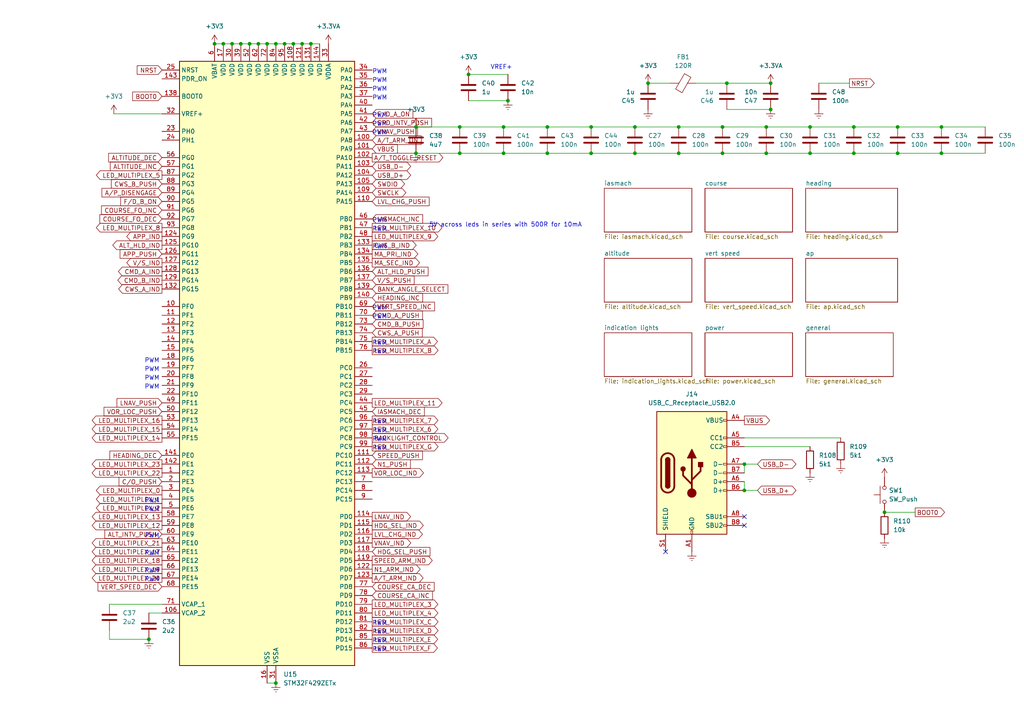
<source format=kicad_sch>
(kicad_sch (version 20230121) (generator eeschema)
  (paper "A4")
  (lib_symbols
    (symbol "Connector:USB_C_Receptacle_USB2.0" (pin_names (offset 1.016))
      (property "Reference" "J" (at -10.16 19.05 0))
      (property "Value" "USB_C_Receptacle_USB2.0" (at 19.05 19.05 0))
      (symbol "USB_C_Receptacle_USB2.0_0_0"
        (rectangle (start -0.254 -17.78) (end 0.254 -16.764))
        (rectangle (start 10.16 -14.986) (end 9.144 -15.494))
        (rectangle (start 10.16 -12.446) (end 9.144 -12.954))
        (rectangle (start 10.16 -4.826) (end 9.144 -5.334))
        (rectangle (start 10.16 -2.286) (end 9.144 -2.794))
        (rectangle (start 10.16 0.254) (end 9.144 -0.254))
        (rectangle (start 10.16 2.794) (end 9.144 2.286))
        (rectangle (start 10.16 7.874) (end 9.144 7.366))
        (rectangle (start 10.16 10.414) (end 9.144 9.906))
        (rectangle (start 10.16 15.494) (end 9.144 14.986))
      )
      (symbol "USB_C_Receptacle_USB2.0_0_1"
        (rectangle (start -10.16 17.78) (end 10.16 -17.78) (stroke (width 0.254)) (fill (type background)))
        (arc (start -8.89 -3.81) (mid -6.985 -5.7067) (end -5.08 -3.81) (stroke (width 0.508)))
        (arc (start -7.62 -3.81) (mid -6.985 -4.4423) (end -6.35 -3.81) (stroke (width 0.254)))
        (arc (start -7.62 -3.81) (mid -6.985 -4.4423) (end -6.35 -3.81) (stroke (width 0.254)) (fill (type outline)))
        (rectangle (start -7.62 -3.81) (end -6.35 3.81) (stroke (width 0.254)) (fill (type outline)))
        (arc (start -6.35 3.81) (mid -6.985 4.4423) (end -7.62 3.81) (stroke (width 0.254)))
        (arc (start -6.35 3.81) (mid -6.985 4.4423) (end -7.62 3.81) (stroke (width 0.254)) (fill (type outline)))
        (arc (start -5.08 3.81) (mid -6.985 5.7067) (end -8.89 3.81) (stroke (width 0.508)))
        (circle (center -2.54 1.143) (radius 0.635) (stroke (width 0.254)) (fill (type outline)))
        (circle (center 0 -5.842) (radius 1.27) (fill (type outline)))
        (polyline (pts (xy -8.89 -3.81) (xy -8.89 3.81)) (stroke (width 0.508)))
        (polyline (pts (xy -5.08 3.81) (xy -5.08 -3.81)) (stroke (width 0.508)))
        (polyline (pts (xy 0 -5.842) (xy 0 4.318)) (stroke (width 0.508)))
        (polyline (pts (xy 0 -3.302) (xy -2.54 -0.762) (xy -2.54 0.508)) (stroke (width 0.508)))
        (polyline (pts (xy 0 -2.032) (xy 2.54 0.508) (xy 2.54 1.778)) (stroke (width 0.508)))
        (polyline (pts (xy -1.27 4.318) (xy 0 6.858) (xy 1.27 4.318) (xy -1.27 4.318)) (stroke (width 0.254)) (fill (type outline)))
        (rectangle (start 1.905 1.778) (end 3.175 3.048) (stroke (width 0.254)) (fill (type outline)))
      )
      (symbol "USB_C_Receptacle_USB2.0_1_1"
        (pin passive line (at 0 -22.86 90) (length 5.08) (name "GND") (number "A1"))
        (pin passive line (at 0 -22.86 90) (length 5.08) hide (name "GND") (number "A12"))
        (pin passive line (at 15.24 15.24 180) (length 5.08) (name "VBUS") (number "A4"))
        (pin bidirectional line (at 15.24 10.16 180) (length 5.08) (name "CC1") (number "A5"))
        (pin bidirectional line (at 15.24 -2.54 180) (length 5.08) (name "D+") (number "A6"))
        (pin bidirectional line (at 15.24 2.54 180) (length 5.08) (name "D-") (number "A7"))
        (pin bidirectional line (at 15.24 -12.7 180) (length 5.08) (name "SBU1") (number "A8"))
        (pin passive line (at 15.24 15.24 180) (length 5.08) hide (name "VBUS") (number "A9"))
        (pin passive line (at 0 -22.86 90) (length 5.08) hide (name "GND") (number "B1"))
        (pin passive line (at 0 -22.86 90) (length 5.08) hide (name "GND") (number "B12"))
        (pin passive line (at 15.24 15.24 180) (length 5.08) hide (name "VBUS") (number "B4"))
        (pin bidirectional line (at 15.24 7.62 180) (length 5.08) (name "CC2") (number "B5"))
        (pin bidirectional line (at 15.24 -5.08 180) (length 5.08) (name "D+") (number "B6"))
        (pin bidirectional line (at 15.24 0 180) (length 5.08) (name "D-") (number "B7"))
        (pin bidirectional line (at 15.24 -15.24 180) (length 5.08) (name "SBU2") (number "B8"))
        (pin passive line (at 15.24 15.24 180) (length 5.08) hide (name "VBUS") (number "B9"))
        (pin passive line (at -7.62 -22.86 90) (length 5.08) (name "SHIELD") (number "S1"))
      )
    )
    (symbol "Device:C" (pin_numbers hide) (pin_names (offset 0.254))
      (property "Reference" "C" (at 0.635 2.54 0))
      (property "Value" "C" (at 0.635 -2.54 0))
      (symbol "C_0_1"
        (polyline (pts (xy -2.032 -0.762) (xy 2.032 -0.762)) (stroke (width 0.508)))
        (polyline (pts (xy -2.032 0.762) (xy 2.032 0.762)) (stroke (width 0.508)))
      )
      (symbol "C_1_1"
        (pin passive line (at 0 3.81 270) (length 2.794) (name "~") (number "1"))
        (pin passive line (at 0 -3.81 90) (length 2.794) (name "~") (number "2"))
      )
    )
    (symbol "Device:FerriteBead" (pin_numbers hide) (pin_names (offset 0))
      (property "Reference" "FB" (at -3.81 0.635 90))
      (property "Value" "FerriteBead" (at 3.81 0 90))
      (symbol "FerriteBead_0_1"
        (polyline (pts (xy 0 -1.27) (xy 0 -1.2192)))
        (polyline (pts (xy 0 1.27) (xy 0 1.2954)))
        (polyline (pts (xy -2.7686 0.4064) (xy -1.7018 2.2606) (xy 2.7686 -0.3048) (xy 1.6764 -2.159) (xy -2.7686 0.4064)))
      )
      (symbol "FerriteBead_1_1"
        (pin passive line (at 0 3.81 270) (length 2.54) (name "~") (number "1"))
        (pin passive line (at 0 -3.81 90) (length 2.54) (name "~") (number "2"))
      )
    )
    (symbol "Device:R" (pin_numbers hide) (pin_names (offset 0))
      (property "Reference" "R" (at 2.032 0 90))
      (property "Value" "R" (at 0 0 90))
      (symbol "R_0_1"
        (rectangle (start -1.016 -2.54) (end 1.016 2.54) (stroke (width 0.254)))
      )
      (symbol "R_1_1"
        (pin passive line (at 0 3.81 270) (length 1.27) (name "~") (number "1"))
        (pin passive line (at 0 -3.81 90) (length 1.27) (name "~") (number "2"))
      )
    )
    (symbol "MCU_ST_STM32F4:STM32F429ZETx"
      (property "Reference" "U" (at -25.4 90.17 0))
      (property "Value" "STM32F429ZETx" (at 20.32 90.17 0))
      (symbol "STM32F429ZETx_0_1"
        (rectangle (start -25.4 -86.36) (end 25.4 88.9) (stroke (width 0.254)) (fill (type background)))
      )
      (symbol "STM32F429ZETx_1_1"
        (pin bidirectional line (at -30.48 -30.48 0) (length 5.08) (name "PE2") (number "1"))
        (pin bidirectional line (at -30.48 17.78 0) (length 5.08) (name "PF0") (number "10"))
        (pin bidirectional line (at 30.48 66.04 180) (length 5.08) (name "PA8") (number "100"))
        (pin bidirectional line (at 30.48 63.5 180) (length 5.08) (name "PA9") (number "101"))
        (pin bidirectional line (at 30.48 60.96 180) (length 5.08) (name "PA10") (number "102"))
        (pin bidirectional line (at 30.48 58.42 180) (length 5.08) (name "PA11") (number "103"))
        (pin bidirectional line (at 30.48 55.88 180) (length 5.08) (name "PA12") (number "104"))
        (pin bidirectional line (at 30.48 53.34 180) (length 5.08) (name "PA13") (number "105"))
        (pin power_out line (at -30.48 -71.12 0) (length 5.08) (name "VCAP_2") (number "106"))
        (pin passive line (at 0 -91.44 90) (length 5.08) hide (name "VSS") (number "107"))
        (pin power_in line (at 7.62 93.98 270) (length 5.08) (name "VDD") (number "108"))
        (pin bidirectional line (at 30.48 50.8 180) (length 5.08) (name "PA14") (number "109"))
        (pin bidirectional line (at -30.48 15.24 0) (length 5.08) (name "PF1") (number "11"))
        (pin bidirectional line (at 30.48 48.26 180) (length 5.08) (name "PA15") (number "110"))
        (pin bidirectional line (at 30.48 -25.4 180) (length 5.08) (name "PC10") (number "111"))
        (pin bidirectional line (at 30.48 -27.94 180) (length 5.08) (name "PC11") (number "112"))
        (pin bidirectional line (at 30.48 -30.48 180) (length 5.08) (name "PC12") (number "113"))
        (pin bidirectional line (at 30.48 -43.18 180) (length 5.08) (name "PD0") (number "114"))
        (pin bidirectional line (at 30.48 -45.72 180) (length 5.08) (name "PD1") (number "115"))
        (pin bidirectional line (at 30.48 -48.26 180) (length 5.08) (name "PD2") (number "116"))
        (pin bidirectional line (at 30.48 -50.8 180) (length 5.08) (name "PD3") (number "117"))
        (pin bidirectional line (at 30.48 -53.34 180) (length 5.08) (name "PD4") (number "118"))
        (pin bidirectional line (at 30.48 -55.88 180) (length 5.08) (name "PD5") (number "119"))
        (pin bidirectional line (at -30.48 12.7 0) (length 5.08) (name "PF2") (number "12"))
        (pin passive line (at 0 -91.44 90) (length 5.08) hide (name "VSS") (number "120"))
        (pin power_in line (at 10.16 93.98 270) (length 5.08) (name "VDD") (number "121"))
        (pin bidirectional line (at 30.48 -58.42 180) (length 5.08) (name "PD6") (number "122"))
        (pin bidirectional line (at 30.48 -60.96 180) (length 5.08) (name "PD7") (number "123"))
        (pin bidirectional line (at -30.48 38.1 0) (length 5.08) (name "PG9") (number "124"))
        (pin bidirectional line (at -30.48 35.56 0) (length 5.08) (name "PG10") (number "125"))
        (pin bidirectional line (at -30.48 33.02 0) (length 5.08) (name "PG11") (number "126"))
        (pin bidirectional line (at -30.48 30.48 0) (length 5.08) (name "PG12") (number "127"))
        (pin bidirectional line (at -30.48 27.94 0) (length 5.08) (name "PG13") (number "128"))
        (pin bidirectional line (at -30.48 25.4 0) (length 5.08) (name "PG14") (number "129"))
        (pin bidirectional line (at -30.48 10.16 0) (length 5.08) (name "PF3") (number "13"))
        (pin passive line (at 0 -91.44 90) (length 5.08) hide (name "VSS") (number "130"))
        (pin power_in line (at 12.7 93.98 270) (length 5.08) (name "VDD") (number "131"))
        (pin bidirectional line (at -30.48 22.86 0) (length 5.08) (name "PG15") (number "132"))
        (pin bidirectional line (at 30.48 35.56 180) (length 5.08) (name "PB3") (number "133"))
        (pin bidirectional line (at 30.48 33.02 180) (length 5.08) (name "PB4") (number "134"))
        (pin bidirectional line (at 30.48 30.48 180) (length 5.08) (name "PB5") (number "135"))
        (pin bidirectional line (at 30.48 27.94 180) (length 5.08) (name "PB6") (number "136"))
        (pin bidirectional line (at 30.48 25.4 180) (length 5.08) (name "PB7") (number "137"))
        (pin input line (at -30.48 78.74 0) (length 5.08) (name "BOOT0") (number "138"))
        (pin bidirectional line (at 30.48 22.86 180) (length 5.08) (name "PB8") (number "139"))
        (pin bidirectional line (at -30.48 7.62 0) (length 5.08) (name "PF4") (number "14"))
        (pin bidirectional line (at 30.48 20.32 180) (length 5.08) (name "PB9") (number "140"))
        (pin bidirectional line (at -30.48 -25.4 0) (length 5.08) (name "PE0") (number "141"))
        (pin bidirectional line (at -30.48 -27.94 0) (length 5.08) (name "PE1") (number "142"))
        (pin input line (at -30.48 83.82 0) (length 5.08) (name "PDR_ON") (number "143"))
        (pin power_in line (at 15.24 93.98 270) (length 5.08) (name "VDD") (number "144"))
        (pin bidirectional line (at -30.48 5.08 0) (length 5.08) (name "PF5") (number "15"))
        (pin power_in line (at 0 -91.44 90) (length 5.08) (name "VSS") (number "16"))
        (pin power_in line (at -12.7 93.98 270) (length 5.08) (name "VDD") (number "17"))
        (pin bidirectional line (at -30.48 2.54 0) (length 5.08) (name "PF6") (number "18"))
        (pin bidirectional line (at -30.48 0 0) (length 5.08) (name "PF7") (number "19"))
        (pin bidirectional line (at -30.48 -33.02 0) (length 5.08) (name "PE3") (number "2"))
        (pin bidirectional line (at -30.48 -2.54 0) (length 5.08) (name "PF8") (number "20"))
        (pin bidirectional line (at -30.48 -5.08 0) (length 5.08) (name "PF9") (number "21"))
        (pin bidirectional line (at -30.48 -7.62 0) (length 5.08) (name "PF10") (number "22"))
        (pin bidirectional line (at -30.48 68.58 0) (length 5.08) (name "PH0") (number "23"))
        (pin bidirectional line (at -30.48 66.04 0) (length 5.08) (name "PH1") (number "24"))
        (pin input line (at -30.48 86.36 0) (length 5.08) (name "NRST") (number "25"))
        (pin bidirectional line (at 30.48 0 180) (length 5.08) (name "PC0") (number "26"))
        (pin bidirectional line (at 30.48 -2.54 180) (length 5.08) (name "PC1") (number "27"))
        (pin bidirectional line (at 30.48 -5.08 180) (length 5.08) (name "PC2") (number "28"))
        (pin bidirectional line (at 30.48 -7.62 180) (length 5.08) (name "PC3") (number "29"))
        (pin bidirectional line (at -30.48 -35.56 0) (length 5.08) (name "PE4") (number "3"))
        (pin power_in line (at -10.16 93.98 270) (length 5.08) (name "VDD") (number "30"))
        (pin power_in line (at 2.54 -91.44 90) (length 5.08) (name "VSSA") (number "31"))
        (pin input line (at -30.48 73.66 0) (length 5.08) (name "VREF+") (number "32"))
        (pin power_in line (at 17.78 93.98 270) (length 5.08) (name "VDDA") (number "33"))
        (pin bidirectional line (at 30.48 86.36 180) (length 5.08) (name "PA0") (number "34"))
        (pin bidirectional line (at 30.48 83.82 180) (length 5.08) (name "PA1") (number "35"))
        (pin bidirectional line (at 30.48 81.28 180) (length 5.08) (name "PA2") (number "36"))
        (pin bidirectional line (at 30.48 78.74 180) (length 5.08) (name "PA3") (number "37"))
        (pin passive line (at 0 -91.44 90) (length 5.08) hide (name "VSS") (number "38"))
        (pin power_in line (at -7.62 93.98 270) (length 5.08) (name "VDD") (number "39"))
        (pin bidirectional line (at -30.48 -38.1 0) (length 5.08) (name "PE5") (number "4"))
        (pin bidirectional line (at 30.48 76.2 180) (length 5.08) (name "PA4") (number "40"))
        (pin bidirectional line (at 30.48 73.66 180) (length 5.08) (name "PA5") (number "41"))
        (pin bidirectional line (at 30.48 71.12 180) (length 5.08) (name "PA6") (number "42"))
        (pin bidirectional line (at 30.48 68.58 180) (length 5.08) (name "PA7") (number "43"))
        (pin bidirectional line (at 30.48 -10.16 180) (length 5.08) (name "PC4") (number "44"))
        (pin bidirectional line (at 30.48 -12.7 180) (length 5.08) (name "PC5") (number "45"))
        (pin bidirectional line (at 30.48 43.18 180) (length 5.08) (name "PB0") (number "46"))
        (pin bidirectional line (at 30.48 40.64 180) (length 5.08) (name "PB1") (number "47"))
        (pin bidirectional line (at 30.48 38.1 180) (length 5.08) (name "PB2") (number "48"))
        (pin bidirectional line (at -30.48 -10.16 0) (length 5.08) (name "PF11") (number "49"))
        (pin bidirectional line (at -30.48 -40.64 0) (length 5.08) (name "PE6") (number "5"))
        (pin bidirectional line (at -30.48 -12.7 0) (length 5.08) (name "PF12") (number "50"))
        (pin passive line (at 0 -91.44 90) (length 5.08) hide (name "VSS") (number "51"))
        (pin power_in line (at -5.08 93.98 270) (length 5.08) (name "VDD") (number "52"))
        (pin bidirectional line (at -30.48 -15.24 0) (length 5.08) (name "PF13") (number "53"))
        (pin bidirectional line (at -30.48 -17.78 0) (length 5.08) (name "PF14") (number "54"))
        (pin bidirectional line (at -30.48 -20.32 0) (length 5.08) (name "PF15") (number "55"))
        (pin bidirectional line (at -30.48 60.96 0) (length 5.08) (name "PG0") (number "56"))
        (pin bidirectional line (at -30.48 58.42 0) (length 5.08) (name "PG1") (number "57"))
        (pin bidirectional line (at -30.48 -43.18 0) (length 5.08) (name "PE7") (number "58"))
        (pin bidirectional line (at -30.48 -45.72 0) (length 5.08) (name "PE8") (number "59"))
        (pin power_in line (at -15.24 93.98 270) (length 5.08) (name "VBAT") (number "6"))
        (pin bidirectional line (at -30.48 -48.26 0) (length 5.08) (name "PE9") (number "60"))
        (pin passive line (at 0 -91.44 90) (length 5.08) hide (name "VSS") (number "61"))
        (pin power_in line (at -2.54 93.98 270) (length 5.08) (name "VDD") (number "62"))
        (pin bidirectional line (at -30.48 -50.8 0) (length 5.08) (name "PE10") (number "63"))
        (pin bidirectional line (at -30.48 -53.34 0) (length 5.08) (name "PE11") (number "64"))
        (pin bidirectional line (at -30.48 -55.88 0) (length 5.08) (name "PE12") (number "65"))
        (pin bidirectional line (at -30.48 -58.42 0) (length 5.08) (name "PE13") (number "66"))
        (pin bidirectional line (at -30.48 -60.96 0) (length 5.08) (name "PE14") (number "67"))
        (pin bidirectional line (at -30.48 -63.5 0) (length 5.08) (name "PE15") (number "68"))
        (pin bidirectional line (at 30.48 17.78 180) (length 5.08) (name "PB10") (number "69"))
        (pin bidirectional line (at 30.48 -33.02 180) (length 5.08) (name "PC13") (number "7"))
        (pin bidirectional line (at 30.48 15.24 180) (length 5.08) (name "PB11") (number "70"))
        (pin power_out line (at -30.48 -68.58 0) (length 5.08) (name "VCAP_1") (number "71"))
        (pin power_in line (at 0 93.98 270) (length 5.08) (name "VDD") (number "72"))
        (pin bidirectional line (at 30.48 12.7 180) (length 5.08) (name "PB12") (number "73"))
        (pin bidirectional line (at 30.48 10.16 180) (length 5.08) (name "PB13") (number "74"))
        (pin bidirectional line (at 30.48 7.62 180) (length 5.08) (name "PB14") (number "75"))
        (pin bidirectional line (at 30.48 5.08 180) (length 5.08) (name "PB15") (number "76"))
        (pin bidirectional line (at 30.48 -63.5 180) (length 5.08) (name "PD8") (number "77"))
        (pin bidirectional line (at 30.48 -66.04 180) (length 5.08) (name "PD9") (number "78"))
        (pin bidirectional line (at 30.48 -68.58 180) (length 5.08) (name "PD10") (number "79"))
        (pin bidirectional line (at 30.48 -35.56 180) (length 5.08) (name "PC14") (number "8"))
        (pin bidirectional line (at 30.48 -71.12 180) (length 5.08) (name "PD11") (number "80"))
        (pin bidirectional line (at 30.48 -73.66 180) (length 5.08) (name "PD12") (number "81"))
        (pin bidirectional line (at 30.48 -76.2 180) (length 5.08) (name "PD13") (number "82"))
        (pin passive line (at 0 -91.44 90) (length 5.08) hide (name "VSS") (number "83"))
        (pin power_in line (at 2.54 93.98 270) (length 5.08) (name "VDD") (number "84"))
        (pin bidirectional line (at 30.48 -78.74 180) (length 5.08) (name "PD14") (number "85"))
        (pin bidirectional line (at 30.48 -81.28 180) (length 5.08) (name "PD15") (number "86"))
        (pin bidirectional line (at -30.48 55.88 0) (length 5.08) (name "PG2") (number "87"))
        (pin bidirectional line (at -30.48 53.34 0) (length 5.08) (name "PG3") (number "88"))
        (pin bidirectional line (at -30.48 50.8 0) (length 5.08) (name "PG4") (number "89"))
        (pin bidirectional line (at 30.48 -38.1 180) (length 5.08) (name "PC15") (number "9"))
        (pin bidirectional line (at -30.48 48.26 0) (length 5.08) (name "PG5") (number "90"))
        (pin bidirectional line (at -30.48 45.72 0) (length 5.08) (name "PG6") (number "91"))
        (pin bidirectional line (at -30.48 43.18 0) (length 5.08) (name "PG7") (number "92"))
        (pin bidirectional line (at -30.48 40.64 0) (length 5.08) (name "PG8") (number "93"))
        (pin passive line (at 0 -91.44 90) (length 5.08) hide (name "VSS") (number "94"))
        (pin power_in line (at 5.08 93.98 270) (length 5.08) (name "VDD") (number "95"))
        (pin bidirectional line (at 30.48 -15.24 180) (length 5.08) (name "PC6") (number "96"))
        (pin bidirectional line (at 30.48 -17.78 180) (length 5.08) (name "PC7") (number "97"))
        (pin bidirectional line (at 30.48 -20.32 180) (length 5.08) (name "PC8") (number "98"))
        (pin bidirectional line (at 30.48 -22.86 180) (length 5.08) (name "PC9") (number "99"))
      )
    )
    (symbol "Switch:SW_Push" (pin_numbers hide) (pin_names (offset 1.016) hide)
      (property "Reference" "SW" (at 1.27 2.54 0))
      (property "Value" "SW_Push" (at 0 -1.524 0))
      (symbol "SW_Push_0_1"
        (circle (center -2.032 0) (radius 0.508))
        (polyline (pts (xy 0 1.27) (xy 0 3.048)))
        (polyline (pts (xy 2.54 1.27) (xy -2.54 1.27)))
        (circle (center 2.032 0) (radius 0.508))
        (pin passive line (at -5.08 0 0) (length 2.54) (name "1") (number "1"))
        (pin passive line (at 5.08 0 180) (length 2.54) (name "2") (number "2"))
      )
    )
    (symbol "power:+3.3VA" (power) (pin_names (offset 0))
      (property "Value" "+3.3VA" (at 0 3.556 0))
      (symbol "+3.3VA_0_1"
        (polyline (pts (xy -0.762 1.27) (xy 0 2.54)))
        (polyline (pts (xy 0 0) (xy 0 2.54)))
        (polyline (pts (xy 0 2.54) (xy 0.762 1.27)))
      )
      (symbol "+3.3VA_1_1"
        (pin power_in line (at 0 0 90) (length 0) hide (name "+3.3VA") (number "1"))
      )
    )
    (symbol "power:+3V3" (power) (pin_names (offset 0))
      (property "Value" "+3V3" (at 0 3.556 0))
      (symbol "+3V3_0_1"
        (polyline (pts (xy -0.762 1.27) (xy 0 2.54)))
        (polyline (pts (xy 0 0) (xy 0 2.54)))
        (polyline (pts (xy 0 2.54) (xy 0.762 1.27)))
      )
      (symbol "+3V3_1_1"
        (pin power_in line (at 0 0 90) (length 0) hide (name "+3V3") (number "1"))
      )
    )
    (symbol "power:Earth" (power) (pin_names (offset 0))
      (symbol "Earth_0_1"
        (polyline (pts (xy -0.635 -1.905) (xy 0.635 -1.905)))
        (polyline (pts (xy -0.127 -2.54) (xy 0.127 -2.54)))
        (polyline (pts (xy 0 -1.27) (xy 0 0)))
        (polyline (pts (xy 1.27 -1.27) (xy -1.27 -1.27)))
      )
      (symbol "Earth_1_1"
        (pin power_in line (at 0 0 270) (length 0) hide (name "Earth") (number "1"))
      )
    )
  )
  (junction (at 209.55 44.45))
  (junction (at 90.17 12.7))
  (junction (at 80.01 12.7))
  (junction (at 146.05 36.83))
  (junction (at 120.65 36.83))
  (junction (at 147.32 29.21))
  (junction (at 64.77 12.7))
  (junction (at 120.65 44.45))
  (junction (at 146.05 44.45))
  (junction (at 209.55 36.83))
  (junction (at 210.82 24.13))
  (junction (at 133.35 36.83))
  (junction (at 87.63 12.7))
  (junction (at 187.96 24.13))
  (junction (at 234.95 36.83))
  (junction (at 184.15 36.83))
  (junction (at 222.25 44.45))
  (junction (at 260.35 44.45))
  (junction (at 223.52 31.75))
  (junction (at 260.35 36.83))
  (junction (at 85.09 12.7))
  (junction (at 256.54 148.59))
  (junction (at 273.05 44.45))
  (junction (at 222.25 36.83))
  (junction (at 196.85 44.45))
  (junction (at 184.15 44.45))
  (junction (at 273.05 36.83))
  (junction (at 158.75 36.83))
  (junction (at 82.55 12.7))
  (junction (at 196.85 36.83))
  (junction (at 72.39 12.7))
  (junction (at 234.95 44.45))
  (junction (at 215.9 134.62))
  (junction (at 223.52 24.13))
  (junction (at 67.31 12.7))
  (junction (at 69.85 12.7))
  (junction (at 77.47 12.7))
  (junction (at 133.35 44.45))
  (junction (at 247.65 36.83))
  (junction (at 80.01 198.12))
  (junction (at 74.93 12.7))
  (junction (at 247.65 44.45))
  (junction (at 135.89 21.59))
  (junction (at 158.75 44.45))
  (junction (at 43.18 185.42))
  (junction (at 62.23 12.7))
  (junction (at 215.9 142.24))
  (junction (at 171.45 44.45))
  (junction (at 171.45 36.83))
  (no_connect (at 215.9 152.4))
  (no_connect (at 193.04 160.02))
  (no_connect (at 215.9 149.86))
  (wire (pts (xy 133.35 36.83) (xy 146.05 36.83)))
  (wire (pts (xy 77.47 198.12) (xy 80.01 198.12)))
  (wire (pts (xy 33.02 33.02) (xy 46.99 33.02)))
  (wire (pts (xy 273.05 36.83) (xy 285.75 36.83)))
  (wire (pts (xy 82.55 12.7) (xy 85.09 12.7)))
  (wire (pts (xy 215.9 129.54) (xy 234.95 129.54)))
  (wire (pts (xy 210.82 24.13) (xy 223.52 24.13)))
  (wire (pts (xy 146.05 44.45) (xy 158.75 44.45)))
  (wire (pts (xy 62.23 12.7) (xy 64.77 12.7)))
  (wire (pts (xy 171.45 36.83) (xy 184.15 36.83)))
  (wire (pts (xy 209.55 44.45) (xy 222.25 44.45)))
  (wire (pts (xy 260.35 44.45) (xy 273.05 44.45)))
  (wire (pts (xy 64.77 12.7) (xy 67.31 12.7)))
  (wire (pts (xy 31.75 182.88) (xy 31.75 185.42)))
  (wire (pts (xy 85.09 12.7) (xy 87.63 12.7)))
  (wire (pts (xy 234.95 36.83) (xy 247.65 36.83)))
  (wire (pts (xy 215.9 127) (xy 243.84 127)))
  (wire (pts (xy 237.49 24.13) (xy 246.38 24.13)))
  (wire (pts (xy 69.85 12.7) (xy 72.39 12.7)))
  (wire (pts (xy 158.75 36.83) (xy 171.45 36.83)))
  (wire (pts (xy 210.82 31.75) (xy 223.52 31.75)))
  (wire (pts (xy 215.9 134.62) (xy 219.71 134.62)))
  (wire (pts (xy 146.05 36.83) (xy 158.75 36.83)))
  (wire (pts (xy 234.95 44.45) (xy 247.65 44.45)))
  (wire (pts (xy 74.93 12.7) (xy 77.47 12.7)))
  (wire (pts (xy 31.75 185.42) (xy 43.18 185.42)))
  (wire (pts (xy 77.47 12.7) (xy 80.01 12.7)))
  (wire (pts (xy 256.54 148.59) (xy 265.43 148.59)))
  (wire (pts (xy 215.9 139.7) (xy 215.9 142.24)))
  (wire (pts (xy 120.65 36.83) (xy 133.35 36.83)))
  (wire (pts (xy 67.31 12.7) (xy 69.85 12.7)))
  (wire (pts (xy 247.65 36.83) (xy 260.35 36.83)))
  (wire (pts (xy 43.18 177.8) (xy 46.99 177.8)))
  (wire (pts (xy 196.85 44.45) (xy 209.55 44.45)))
  (wire (pts (xy 260.35 36.83) (xy 273.05 36.83)))
  (wire (pts (xy 184.15 36.83) (xy 196.85 36.83)))
  (wire (pts (xy 80.01 12.7) (xy 82.55 12.7)))
  (wire (pts (xy 215.9 134.62) (xy 215.9 137.16)))
  (wire (pts (xy 87.63 12.7) (xy 90.17 12.7)))
  (wire (pts (xy 201.93 24.13) (xy 210.82 24.13)))
  (wire (pts (xy 72.39 12.7) (xy 74.93 12.7)))
  (wire (pts (xy 222.25 36.83) (xy 234.95 36.83)))
  (wire (pts (xy 135.89 29.21) (xy 147.32 29.21)))
  (wire (pts (xy 120.65 44.45) (xy 133.35 44.45)))
  (wire (pts (xy 215.9 142.24) (xy 219.71 142.24)))
  (wire (pts (xy 90.17 12.7) (xy 92.71 12.7)))
  (wire (pts (xy 135.89 21.59) (xy 147.32 21.59)))
  (wire (pts (xy 222.25 44.45) (xy 234.95 44.45)))
  (wire (pts (xy 171.45 44.45) (xy 184.15 44.45)))
  (wire (pts (xy 184.15 44.45) (xy 196.85 44.45)))
  (wire (pts (xy 196.85 36.83) (xy 209.55 36.83)))
  (wire (pts (xy 209.55 36.83) (xy 222.25 36.83)))
  (wire (pts (xy 158.75 44.45) (xy 171.45 44.45)))
  (wire (pts (xy 273.05 44.45) (xy 285.75 44.45)))
  (wire (pts (xy 247.65 44.45) (xy 260.35 44.45)))
  (wire (pts (xy 31.75 175.26) (xy 46.99 175.26)))
  (wire (pts (xy 133.35 44.45) (xy 146.05 44.45)))
  (wire (pts (xy 187.96 24.13) (xy 194.31 24.13)))
  (text "PWM" (at 107.95 26.67 0) (effects (font (size 1.27 1.27)) (justify left bottom)))
  (text "PWM" (at 41.91 110.49 0) (effects (font (size 1.27 1.27)) (justify left bottom)))
  (text "PWM" (at 107.95 64.77 0) (effects (font (size 1.27 1.27)) (justify left bottom)))
  (text "PWM" (at 41.91 105.41 0) (effects (font (size 1.27 1.27)) (justify left bottom)))
  (text "PWM" (at 107.95 24.13 0) (effects (font (size 1.27 1.27)) (justify left bottom)))
  (text "PWM" (at 107.95 90.17 0) (effects (font (size 1.27 1.27)) (justify left bottom)))
  (text "PWM" (at 107.95 39.37 0) (effects (font (size 1.27 1.27)) (justify left bottom)))
  (text "PWM" (at 107.95 36.83 0) (effects (font (size 1.27 1.27)) (justify left bottom)))
  (text "PWM" (at 107.95 102.87 0) (effects (font (size 1.27 1.27)) (justify left bottom)))
  (text "PWM" (at 41.91 107.95 0) (effects (font (size 1.27 1.27)) (justify left bottom)))
  (text "PWM" (at 107.95 123.19 0) (effects (font (size 1.27 1.27)) (justify left bottom)))
  (text "PWM" (at 107.95 34.29 0) (effects (font (size 1.27 1.27)) (justify left bottom)))
  (text "PWM" (at 107.95 67.31 0) (effects (font (size 1.27 1.27)) (justify left bottom)))
  (text "PWM" (at 41.91 146.05 0) (effects (font (size 1.27 1.27)) (justify left bottom)))
  (text "5V across leds in series with 500R for 10mA" (at 124.46 66.04 0) (effects (font (size 1.27 1.27)) (justify left bottom)))
  (text "PWM" (at 107.95 128.27 0) (effects (font (size 1.27 1.27)) (justify left bottom)))
  (text "PWM" (at 107.95 130.81 0) (effects (font (size 1.27 1.27)) (justify left bottom)))
  (text "PWM" (at 107.95 92.71 0) (effects (font (size 1.27 1.27)) (justify left bottom)))
  (text "PWM" (at 41.91 161.29 0) (effects (font (size 1.27 1.27)) (justify left bottom)))
  (text "PWM" (at 107.95 189.23 0) (effects (font (size 1.27 1.27)) (justify left bottom)))
  (text "PWM" (at 41.91 148.59 0) (effects (font (size 1.27 1.27)) (justify left bottom)))
  (text "PWM" (at 107.95 125.73 0) (effects (font (size 1.27 1.27)) (justify left bottom)))
  (text "PWM" (at 107.95 29.21 0) (effects (font (size 1.27 1.27)) (justify left bottom)))
  (text "PWM" (at 107.95 186.69 0) (effects (font (size 1.27 1.27)) (justify left bottom)))
  (text "VREF+" (at 142.24 20.32 0) (effects (font (size 1.27 1.27)) (justify left bottom)))
  (text "PWM" (at 41.91 166.37 0) (effects (font (size 1.27 1.27)) (justify left bottom)))
  (text "PWM" (at 107.95 184.15 0) (effects (font (size 1.27 1.27)) (justify left bottom)))
  (text "PWM" (at 107.95 181.61 0) (effects (font (size 1.27 1.27)) (justify left bottom)))
  (text "PWM" (at 41.91 168.91 0) (effects (font (size 1.27 1.27)) (justify left bottom)))
  (text "PWM" (at 41.91 156.21 0) (effects (font (size 1.27 1.27)) (justify left bottom)))
  (text "PWM" (at 107.95 72.39 0) (effects (font (size 1.27 1.27)) (justify left bottom)))
  (text "PWM" (at 41.91 113.03 0) (effects (font (size 1.27 1.27)) (justify left bottom)))
  (text "PWM" (at 107.95 21.59 0) (effects (font (size 1.27 1.27)) (justify left bottom)))
  (text "PWM" (at 107.95 100.33 0) (effects (font (size 1.27 1.27)) (justify left bottom)))
  (global_label "C{slash}O_PUSH" (shape input) (at 46.99 139.7 180) (property "Intersheetrefs" "${INTERSHEET_REFS}" (effects hide)))
  (global_label "CMD_B_IND" (shape output) (at 46.99 81.28 180) (property "Intersheetrefs" "${INTERSHEET_REFS}" (effects hide)))
  (global_label "ALTITUDE_INC" (shape input) (at 46.99 48.26 180) (property "Intersheetrefs" "${INTERSHEET_REFS}" (effects hide)))
  (global_label "CMD_A_IND" (shape output) (at 46.99 78.74 180) (property "Intersheetrefs" "${INTERSHEET_REFS}" (effects hide)))
  (global_label "COURSE_CA_INC" (shape input) (at 107.95 172.72 0) (property "Intersheetrefs" "${INTERSHEET_REFS}" (effects hide)))
  (global_label "VOR_LOC_IND" (shape output) (at 107.95 137.16 0) (property "Intersheetrefs" "${INTERSHEET_REFS}" (effects hide)))
  (global_label "SPD_INTV_PUSH" (shape input) (at 107.95 35.56 0) (property "Intersheetrefs" "${INTERSHEET_REFS}" (effects hide)))
  (global_label "A{slash}P_DISENGAGE" (shape input) (at 46.99 55.88 180) (property "Intersheetrefs" "${INTERSHEET_REFS}" (effects hide)))
  (global_label "LED_MULTIPLEX_B" (shape output) (at 107.95 101.6 0) (property "Intersheetrefs" "${INTERSHEET_REFS}" (effects hide)))
  (global_label "VNAV_PUSH" (shape input) (at 107.95 38.1 0) (property "Intersheetrefs" "${INTERSHEET_REFS}" (effects hide)))
  (global_label "N1_PUSH" (shape input) (at 107.95 134.62 0) (property "Intersheetrefs" "${INTERSHEET_REFS}" (effects hide)))
  (global_label "LED_MULTIPLEX_21" (shape output) (at 46.99 157.48 180) (property "Intersheetrefs" "${INTERSHEET_REFS}" (effects hide)))
  (global_label "LED_MULTIPLEX_17" (shape output) (at 46.99 160.02 180) (property "Intersheetrefs" "${INTERSHEET_REFS}" (effects hide)))
  (global_label "LVL_CHG_IND" (shape output) (at 107.95 154.94 0) (property "Intersheetrefs" "${INTERSHEET_REFS}" (effects hide)))
  (global_label "APP_PUSH" (shape input) (at 46.99 73.66 180) (property "Intersheetrefs" "${INTERSHEET_REFS}" (effects hide)))
  (global_label "LED_MULTIPLEX_4" (shape output) (at 107.95 177.8 0) (property "Intersheetrefs" "${INTERSHEET_REFS}" (effects hide)))
  (global_label "LED_MULTIPLEX_7" (shape output) (at 107.95 121.92 0) (property "Intersheetrefs" "${INTERSHEET_REFS}" (effects hide)))
  (global_label "COURSE_FO_INC" (shape input) (at 46.99 60.96 180) (property "Intersheetrefs" "${INTERSHEET_REFS}" (effects hide)))
  (global_label "F{slash}D_B_ON" (shape input) (at 46.99 58.42 180) (property "Intersheetrefs" "${INTERSHEET_REFS}" (effects hide)))
  (global_label "MA_SEC_IND" (shape output) (at 107.95 76.2 0) (property "Intersheetrefs" "${INTERSHEET_REFS}" (effects hide)))
  (global_label "CWS_B_IND" (shape output) (at 107.95 71.12 0) (property "Intersheetrefs" "${INTERSHEET_REFS}" (effects hide)))
  (global_label "LED_MULTIPLEX_1" (shape output) (at 46.99 144.78 180) (property "Intersheetrefs" "${INTERSHEET_REFS}" (effects hide)))
  (global_label "LED_MULTIPLEX_15" (shape output) (at 46.99 124.46 180) (property "Intersheetrefs" "${INTERSHEET_REFS}" (effects hide)))
  (global_label "LNAV_IND" (shape output) (at 107.95 149.86 0) (property "Intersheetrefs" "${INTERSHEET_REFS}" (effects hide)))
  (global_label "APP_IND" (shape output) (at 46.99 68.58 180) (property "Intersheetrefs" "${INTERSHEET_REFS}" (effects hide)))
  (global_label "A{slash}T_TOGGLE_RESET" (shape output) (at 107.95 45.72 0) (property "Intersheetrefs" "${INTERSHEET_REFS}" (effects hide)))
  (global_label "USB_D+" (shape bidirectional) (at 107.95 50.8 0) (property "Intersheetrefs" "${INTERSHEET_REFS}" (effects hide)))
  (global_label "HEADING_INC" (shape input) (at 107.95 86.36 0) (property "Intersheetrefs" "${INTERSHEET_REFS}" (effects hide)))
  (global_label "LED_MULTIPLEX_C" (shape output) (at 107.95 180.34 0) (property "Intersheetrefs" "${INTERSHEET_REFS}" (effects hide)))
  (global_label "N1_ARM_IND" (shape output) (at 107.95 165.1 0) (property "Intersheetrefs" "${INTERSHEET_REFS}" (effects hide)))
  (global_label "LED_MULTIPLEX_13" (shape output) (at 46.99 149.86 180) (property "Intersheetrefs" "${INTERSHEET_REFS}" (effects hide)))
  (global_label "LED_MULTIPLEX_22" (shape output) (at 46.99 137.16 180) (property "Intersheetrefs" "${INTERSHEET_REFS}" (effects hide)))
  (global_label "LED_MULTIPLEX_F" (shape output) (at 107.95 187.96 0) (property "Intersheetrefs" "${INTERSHEET_REFS}" (effects hide)))
  (global_label "ALTITUDE_DEC" (shape input) (at 46.99 45.72 180) (property "Intersheetrefs" "${INTERSHEET_REFS}" (effects hide)))
  (global_label "USB_D+" (shape bidirectional) (at 219.71 142.24 0) (property "Intersheetrefs" "${INTERSHEET_REFS}" (effects hide)))
  (global_label "BOOT0" (shape input) (at 46.99 27.94 180) (property "Intersheetrefs" "${INTERSHEET_REFS}" (effects hide)))
  (global_label "LED_MULTIPLEX_G" (shape output) (at 107.95 129.54 0) (property "Intersheetrefs" "${INTERSHEET_REFS}" (effects hide)))
  (global_label "IASMACH_INC" (shape input) (at 107.95 63.5 0) (property "Intersheetrefs" "${INTERSHEET_REFS}" (effects hide)))
  (global_label "BANK_ANGLE_SELECT" (shape input) (at 107.95 83.82 0) (property "Intersheetrefs" "${INTERSHEET_REFS}" (effects hide)))
  (global_label "LED_MULTIPLEX_20" (shape output) (at 46.99 167.64 180) (property "Intersheetrefs" "${INTERSHEET_REFS}" (effects hide)))
  (global_label "LED_MULTIPLEX_11" (shape output) (at 107.95 116.84 0) (property "Intersheetrefs" "${INTERSHEET_REFS}" (effects hide)))
  (global_label "SPEED_PUSH" (shape input) (at 107.95 132.08 0) (property "Intersheetrefs" "${INTERSHEET_REFS}" (effects hide)))
  (global_label "ALT_HLD_IND" (shape output) (at 46.99 71.12 180) (property "Intersheetrefs" "${INTERSHEET_REFS}" (effects hide)))
  (global_label "LED_MULTIPLEX_23" (shape output) (at 46.99 134.62 180) (property "Intersheetrefs" "${INTERSHEET_REFS}" (effects hide)))
  (global_label "HEADING_DEC" (shape input) (at 46.99 132.08 180) (property "Intersheetrefs" "${INTERSHEET_REFS}" (effects hide)))
  (global_label "LVL_CHG_PUSH" (shape input) (at 107.95 58.42 0) (property "Intersheetrefs" "${INTERSHEET_REFS}" (effects hide)))
  (global_label "SWCLK" (shape bidirectional) (at 107.95 55.88 0) (property "Intersheetrefs" "${INTERSHEET_REFS}" (effects hide)))
  (global_label "LED_MULTIPLEX_A" (shape output) (at 107.95 99.06 0) (property "Intersheetrefs" "${INTERSHEET_REFS}" (effects hide)))
  (global_label "LED_MULTIPLEX_2" (shape output) (at 46.99 147.32 180) (property "Intersheetrefs" "${INTERSHEET_REFS}" (effects hide)))
  (global_label "ALT_INTV_PUSH" (shape input) (at 46.99 154.94 180) (property "Intersheetrefs" "${INTERSHEET_REFS}" (effects hide)))
  (global_label "VERT_SPEED_DEC" (shape input) (at 46.99 170.18 180) (property "Intersheetrefs" "${INTERSHEET_REFS}" (effects hide)))
  (global_label "SWDIO" (shape bidirectional) (at 107.95 53.34 0) (property "Intersheetrefs" "${INTERSHEET_REFS}" (effects hide)))
  (global_label "LED_MULTIPLEX_18" (shape output) (at 46.99 162.56 180) (property "Intersheetrefs" "${INTERSHEET_REFS}" (effects hide)))
  (global_label "LED_MULTIPLEX_12" (shape output) (at 46.99 152.4 180) (property "Intersheetrefs" "${INTERSHEET_REFS}" (effects hide)))
  (global_label "BOOT0" (shape output) (at 265.43 148.59 0) (property "Intersheetrefs" "${INTERSHEET_REFS}" (effects hide)))
  (global_label "HDG_SEL_IND" (shape output) (at 107.95 152.4 0) (property "Intersheetrefs" "${INTERSHEET_REFS}" (effects hide)))
  (global_label "CWS_A_IND" (shape output) (at 46.99 83.82 180) (property "Intersheetrefs" "${INTERSHEET_REFS}" (effects hide)))
  (global_label "LED_MULTIPLEX_8" (shape output) (at 46.99 66.04 180) (property "Intersheetrefs" "${INTERSHEET_REFS}" (effects hide)))
  (global_label "SPEED_ARM_IND" (shape output) (at 107.95 162.56 0) (property "Intersheetrefs" "${INTERSHEET_REFS}" (effects hide)))
  (global_label "LED_MULTIPLEX_3" (shape output) (at 107.95 175.26 0) (property "Intersheetrefs" "${INTERSHEET_REFS}" (effects hide)))
  (global_label "LED_MULTIPLEX_5" (shape output) (at 46.99 50.8 180) (property "Intersheetrefs" "${INTERSHEET_REFS}" (effects hide)))
  (global_label "LNAV_PUSH" (shape input) (at 46.99 116.84 180) (property "Intersheetrefs" "${INTERSHEET_REFS}" (effects hide)))
  (global_label "V{slash}S_PUSH" (shape input) (at 107.95 81.28 0) (property "Intersheetrefs" "${INTERSHEET_REFS}" (effects hide)))
  (global_label "A{slash}T_ARM_ON" (shape input) (at 107.95 40.64 0) (property "Intersheetrefs" "${INTERSHEET_REFS}" (effects hide)))
  (global_label "LED_MULTIPLEX_14" (shape output) (at 46.99 127 180) (property "Intersheetrefs" "${INTERSHEET_REFS}" (effects hide)))
  (global_label "LED_MULTIPLEX_6" (shape output) (at 107.95 124.46 0) (property "Intersheetrefs" "${INTERSHEET_REFS}" (effects hide)))
  (global_label "LED_MULTIPLEX_0" (shape output) (at 46.99 142.24 180) (property "Intersheetrefs" "${INTERSHEET_REFS}" (effects hide)))
  (global_label "MA_PRI_IND" (shape output) (at 107.95 73.66 0) (property "Intersheetrefs" "${INTERSHEET_REFS}" (effects hide)))
  (global_label "HDG_SEL_PUSH" (shape input) (at 107.95 160.02 0) (property "Intersheetrefs" "${INTERSHEET_REFS}" (effects hide)))
  (global_label "COURSE_FO_DEC" (shape input) (at 46.99 63.5 180) (property "Intersheetrefs" "${INTERSHEET_REFS}" (effects hide)))
  (global_label "A{slash}T_ARM_IND" (shape output) (at 107.95 167.64 0) (property "Intersheetrefs" "${INTERSHEET_REFS}" (effects hide)))
  (global_label "NRST" (shape output) (at 246.38 24.13 0) (property "Intersheetrefs" "${INTERSHEET_REFS}" (effects hide)))
  (global_label "F{slash}D_A_ON" (shape input) (at 107.95 33.02 0) (property "Intersheetrefs" "${INTERSHEET_REFS}" (effects hide)))
  (global_label "NRST" (shape input) (at 46.99 20.32 180) (property "Intersheetrefs" "${INTERSHEET_REFS}" (effects hide)))
  (global_label "LED_MULTIPLEX_E" (shape output) (at 107.95 185.42 0) (property "Intersheetrefs" "${INTERSHEET_REFS}" (effects hide)))
  (global_label "CMD_B_PUSH" (shape input) (at 107.95 93.98 0) (property "Intersheetrefs" "${INTERSHEET_REFS}" (effects hide)))
  (global_label "LED_MULTIPLEX_9" (shape output) (at 107.95 68.58 0) (property "Intersheetrefs" "${INTERSHEET_REFS}" (effects hide)))
  (global_label "VOR_LOC_PUSH" (shape input) (at 46.99 119.38 180) (property "Intersheetrefs" "${INTERSHEET_REFS}" (effects hide)))
  (global_label "VERT_SPEED_INC" (shape input) (at 107.95 88.9 0) (property "Intersheetrefs" "${INTERSHEET_REFS}" (effects hide)))
  (global_label "LED_MULTIPLEX_19" (shape output) (at 46.99 165.1 180) (property "Intersheetrefs" "${INTERSHEET_REFS}" (effects hide)))
  (global_label "ALT_HLD_PUSH" (shape input) (at 107.95 78.74 0) (property "Intersheetrefs" "${INTERSHEET_REFS}" (effects hide)))
  (global_label "IASMACH_DEC" (shape input) (at 107.95 119.38 0) (property "Intersheetrefs" "${INTERSHEET_REFS}" (effects hide)))
  (global_label "USB_D-" (shape bidirectional) (at 219.71 134.62 0) (property "Intersheetrefs" "${INTERSHEET_REFS}" (effects hide)))
  (global_label "COURSE_CA_DEC" (shape input) (at 107.95 170.18 0) (property "Intersheetrefs" "${INTERSHEET_REFS}" (effects hide)))
  (global_label "VBUS" (shape input) (at 107.95 43.18 0) (property "Intersheetrefs" "${INTERSHEET_REFS}" (effects hide)))
  (global_label "LED_MULTIPLEX_D" (shape output) (at 107.95 182.88 0) (property "Intersheetrefs" "${INTERSHEET_REFS}" (effects hide)))
  (global_label "USB_D-" (shape bidirectional) (at 107.95 48.26 0) (property "Intersheetrefs" "${INTERSHEET_REFS}" (effects hide)))
  (global_label "CMD_A_PUSH" (shape input) (at 107.95 91.44 0) (property "Intersheetrefs" "${INTERSHEET_REFS}" (effects hide)))
  (global_label "VNAV_IND" (shape output) (at 107.95 157.48 0) (property "Intersheetrefs" "${INTERSHEET_REFS}" (effects hide)))
  (global_label "CWS_B_PUSH" (shape input) (at 46.99 53.34 180) (property "Intersheetrefs" "${INTERSHEET_REFS}" (effects hide)))
  (global_label "V{slash}S_IND" (shape output) (at 46.99 76.2 180) (property "Intersheetrefs" "${INTERSHEET_REFS}" (effects hide)))
  (global_label "VBUS" (shape output) (at 215.9 121.92 0) (property "Intersheetrefs" "${INTERSHEET_REFS}" (effects hide)))
  (global_label "CWS_A_PUSH" (shape input) (at 107.95 96.52 0) (property "Intersheetrefs" "${INTERSHEET_REFS}" (effects hide)))
  (global_label "LED_MULTIPLEX_16" (shape output) (at 46.99 121.92 180) (property "Intersheetrefs" "${INTERSHEET_REFS}" (effects hide)))
  (global_label "LED_MULTIPLEX_10" (shape output) (at 107.95 66.04 0) (property "Intersheetrefs" "${INTERSHEET_REFS}" (effects hide)))
  (global_label "BACKLIGHT_CONTROL" (shape output) (at 107.95 127 0) (property "Intersheetrefs" "${INTERSHEET_REFS}" (effects hide)))
  (symbol (lib_id "power:Earth") (at 234.95 137.16 0) (unit 1)
    (property "Reference" "#PWR0102" (effects hide))
    (property "Value" "Earth" (effects hide))
  )
  (symbol (lib_id "power:Earth") (at 43.18 185.42 0) (unit 1)
    (property "Reference" "#PWR099" (effects hide))
    (property "Value" "Earth" (effects hide))
  )
  (symbol (lib_id "power:Earth") (at 243.84 134.62 0) (unit 1)
    (property "Reference" "#PWR0103" (effects hide))
    (property "Value" "Earth" (effects hide))
  )
  (symbol (lib_id "power:+3V3") (at 256.54 138.43 0) (unit 1)
    (property "Reference" "#PWR0106" (effects hide))
    (property "Value" "+3V3" (at 256.54 133.35 0))
  )
  (symbol (lib_id "Device:C") (at 209.55 40.64 0) (unit 1)
    (property "Reference" "C29" (at 213.36 39.3699 0) (effects (justify left)))
    (property "Value" "100n" (at 213.36 41.9099 0) (effects (justify left)))
    (property "Footprint" "Capacitor_SMD:C_0402_1005Metric" (effects hide))
  )
  (symbol (lib_id "Device:C") (at 196.85 40.64 0) (unit 1)
    (property "Reference" "C28" (at 200.66 39.3699 0) (effects (justify left)))
    (property "Value" "100n" (at 200.66 41.9099 0) (effects (justify left)))
    (property "Footprint" "Capacitor_SMD:C_0402_1005Metric" (effects hide))
  )
  (symbol (lib_id "power:+3.3VA") (at 95.25 12.7 0) (unit 1)
    (property "Reference" "#PWR098" (effects hide))
    (property "Value" "+3.3VA" (at 95.25 7.62 0))
  )
  (symbol (lib_id "power:+3V3") (at 62.23 12.7 0) (unit 1)
    (property "Reference" "#PWR097" (effects hide))
    (property "Value" "+3V3" (at 62.23 7.62 0))
  )
  (symbol (lib_id "power:+3V3") (at 33.02 33.02 0) (unit 1)
    (property "Reference" "#PWR0166" (effects hide))
    (property "Value" "+3V3" (at 33.02 27.94 0))
  )
  (symbol (lib_id "Device:C") (at 31.75 179.07 0) (unit 1)
    (property "Reference" "C37" (at 35.56 177.8 0) (effects (justify left)))
    (property "Value" "2u2" (at 35.56 180.34 0) (effects (justify left)))
    (property "Footprint" "Capacitor_SMD:C_0402_1005Metric" (effects hide))
  )
  (symbol (lib_id "Device:C") (at 158.75 40.64 0) (unit 1)
    (property "Reference" "C43" (at 162.56 39.3699 0) (effects (justify left)))
    (property "Value" "100n" (at 162.56 41.9099 0) (effects (justify left)))
    (property "Footprint" "Capacitor_SMD:C_0402_1005Metric" (effects hide))
  )
  (symbol (lib_id "Device:FerriteBead") (at 198.12 24.13 270) (unit 1)
    (property "Reference" "FB1" (at 198.1708 16.51 90))
    (property "Value" "120R" (at 198.1708 19.05 90))
    (property "Footprint" "Inductor_SMD:L_0402_1005Metric" (effects hide))
  )
  (symbol (lib_id "power:Earth") (at 223.52 31.75 0) (unit 1)
    (property "Reference" "#PWR0108" (effects hide))
    (property "Value" "Earth" (effects hide))
  )
  (symbol (lib_id "power:Earth") (at 147.32 29.21 0) (unit 1)
    (property "Reference" "#PWR0112" (effects hide))
    (property "Value" "Earth" (effects hide))
  )
  (symbol (lib_id "Connector:USB_C_Receptacle_USB2.0") (at 200.66 137.16 0) (unit 1)
    (property "Reference" "J14" (at 200.66 114.3 0))
    (property "Value" "USB_C_Receptacle_USB2.0" (at 200.66 116.84 0))
    (property "Footprint" "Connector_USB:USB_C_Receptacle_HRO_TYPE-C-31-M-12" (effects hide))
    (property "Datasheet" "https://www.usb.org/sites/default/files/documents/usb_type-c.zip" (effects hide))
  )
  (symbol (lib_id "Device:C") (at 222.25 40.64 0) (unit 1)
    (property "Reference" "C30" (at 226.06 39.3699 0) (effects (justify left)))
    (property "Value" "100n" (at 226.06 41.9099 0) (effects (justify left)))
    (property "Footprint" "Capacitor_SMD:C_0402_1005Metric" (effects hide))
  )
  (symbol (lib_id "Device:C") (at 184.15 40.64 0) (unit 1)
    (property "Reference" "C27" (at 187.96 39.3699 0) (effects (justify left)))
    (property "Value" "100n" (at 187.96 41.9099 0) (effects (justify left)))
    (property "Footprint" "Capacitor_SMD:C_0402_1005Metric" (effects hide))
  )
  (symbol (lib_id "power:Earth") (at 120.65 44.45 0) (unit 1)
    (property "Reference" "#PWR0115" (effects hide))
    (property "Value" "Earth" (effects hide))
  )
  (symbol (lib_id "Device:R") (at 256.54 152.4 0) (unit 1)
    (property "Reference" "R110" (at 259.08 151.1299 0) (effects (justify left)))
    (property "Value" "10k" (at 259.08 153.6699 0) (effects (justify left)))
    (property "Footprint" "Resistor_SMD:R_0402_1005Metric" (effects hide))
  )
  (symbol (lib_id "Device:C") (at 120.65 40.64 0) (unit 1)
    (property "Reference" "C38" (at 124.46 39.3699 0) (effects (justify left)))
    (property "Value" "4u7" (at 124.46 41.9099 0) (effects (justify left)))
    (property "Footprint" "Capacitor_SMD:C_0402_1005Metric" (effects hide))
  )
  (symbol (lib_id "power:+3V3") (at 135.89 21.59 0) (unit 1)
    (property "Reference" "#PWR0101" (effects hide))
    (property "Value" "+3V3" (at 135.89 16.51 0))
  )
  (symbol (lib_id "Device:C") (at 133.35 40.64 0) (unit 1)
    (property "Reference" "C39" (at 137.16 39.3699 0) (effects (justify left)))
    (property "Value" "100n" (at 137.16 41.9099 0) (effects (justify left)))
    (property "Footprint" "Capacitor_SMD:C_0402_1005Metric" (effects hide))
  )
  (symbol (lib_id "Device:C") (at 135.89 25.4 0) (unit 1)
    (property "Reference" "C40" (at 139.7 24.1299 0) (effects (justify left)))
    (property "Value" "1u" (at 139.7 26.6699 0) (effects (justify left)))
    (property "Footprint" "Capacitor_SMD:C_0402_1005Metric" (effects hide))
  )
  (symbol (lib_id "Device:R") (at 234.95 133.35 180) (unit 1)
    (property "Reference" "R108" (at 237.49 132.0799 0) (effects (justify right)))
    (property "Value" "5k1" (at 237.49 134.6199 0) (effects (justify right)))
    (property "Footprint" "Resistor_SMD:R_0402_1005Metric" (effects hide))
  )
  (symbol (lib_id "power:+3.3VA") (at 223.52 24.13 0) (unit 1)
    (property "Reference" "#PWR0113" (effects hide))
    (property "Value" "+3.3VA" (at 223.52 19.05 0))
  )
  (symbol (lib_id "Device:C") (at 237.49 27.94 0) (unit 1)
    (property "Reference" "C48" (at 241.3 26.6699 0) (effects (justify left)))
    (property "Value" "100n" (at 241.3 29.2099 0) (effects (justify left)))
    (property "Footprint" "Capacitor_SMD:C_0402_1005Metric" (effects hide))
  )
  (symbol (lib_id "Switch:SW_Push") (at 256.54 143.51 90) (unit 1)
    (property "Reference" "SW1" (at 257.81 142.2399 90) (effects (justify right)))
    (property "Value" "SW_Push" (at 257.81 144.7799 90) (effects (justify right)))
    (property "Footprint" "Button_Switch_THT:SW_PUSH_6mm_H5mm" (effects hide))
  )
  (symbol (lib_id "Device:C") (at 273.05 40.64 0) (unit 1)
    (property "Reference" "C34" (at 276.86 39.3699 0) (effects (justify left)))
    (property "Value" "100n" (at 276.86 41.9099 0) (effects (justify left)))
    (property "Footprint" "Capacitor_SMD:C_0402_1005Metric" (effects hide))
  )
  (symbol (lib_id "Device:C") (at 247.65 40.64 0) (unit 1)
    (property "Reference" "C32" (at 251.46 39.3699 0) (effects (justify left)))
    (property "Value" "100n" (at 251.46 41.9099 0) (effects (justify left)))
    (property "Footprint" "Capacitor_SMD:C_0402_1005Metric" (effects hide))
  )
  (symbol (lib_id "power:Earth") (at 200.66 160.02 0) (unit 1)
    (property "Reference" "#PWR0104" (effects hide))
    (property "Value" "Earth" (effects hide))
  )
  (symbol (lib_id "Device:C") (at 234.95 40.64 0) (unit 1)
    (property "Reference" "C31" (at 238.76 39.3699 0) (effects (justify left)))
    (property "Value" "100n" (at 238.76 41.9099 0) (effects (justify left)))
    (property "Footprint" "Capacitor_SMD:C_0402_1005Metric" (effects hide))
  )
  (symbol (lib_id "Device:C") (at 147.32 25.4 0) (unit 1)
    (property "Reference" "C42" (at 151.13 24.1299 0) (effects (justify left)))
    (property "Value" "10n" (at 151.13 26.6699 0) (effects (justify left)))
    (property "Footprint" "Capacitor_SMD:C_0402_1005Metric" (effects hide))
  )
  (symbol (lib_id "Device:R") (at 243.84 130.81 180) (unit 1)
    (property "Reference" "R109" (at 246.38 129.5399 0) (effects (justify right)))
    (property "Value" "5k1" (at 246.38 132.0799 0) (effects (justify right)))
    (property "Footprint" "Resistor_SMD:R_0402_1005Metric" (effects hide))
  )
  (symbol (lib_id "power:Earth") (at 237.49 31.75 0) (unit 1)
    (property "Reference" "#PWR0111" (effects hide))
    (property "Value" "Earth" (effects hide))
  )
  (symbol (lib_id "power:+3V3") (at 120.65 36.83 0) (unit 1)
    (property "Reference" "#PWR0114" (effects hide))
    (property "Value" "+3V3" (at 120.65 31.75 0))
  )
  (symbol (lib_id "power:Earth") (at 256.54 156.21 0) (unit 1)
    (property "Reference" "#PWR0105" (effects hide))
    (property "Value" "Earth" (effects hide))
  )
  (symbol (lib_id "Device:C") (at 146.05 40.64 0) (unit 1)
    (property "Reference" "C41" (at 149.86 39.3699 0) (effects (justify left)))
    (property "Value" "100n" (at 149.86 41.9099 0) (effects (justify left)))
    (property "Footprint" "Capacitor_SMD:C_0402_1005Metric" (effects hide))
  )
  (symbol (lib_id "Device:C") (at 171.45 40.64 0) (unit 1)
    (property "Reference" "C44" (at 175.26 39.3699 0) (effects (justify left)))
    (property "Value" "100n" (at 175.26 41.9099 0) (effects (justify left)))
    (property "Footprint" "Capacitor_SMD:C_0402_1005Metric" (effects hide))
  )
  (symbol (lib_id "Device:C") (at 223.52 27.94 180) (unit 1)
    (property "Reference" "C47" (at 219.71 29.2101 0) (effects (justify left)))
    (property "Value" "10n" (at 219.71 26.6701 0) (effects (justify left)))
    (property "Footprint" "Capacitor_SMD:C_0402_1005Metric" (effects hide))
  )
  (symbol (lib_id "Device:C") (at 43.18 181.61 0) (unit 1)
    (property "Reference" "C36" (at 46.99 180.34 0) (effects (justify left)))
    (property "Value" "2u2" (at 46.99 182.88 0) (effects (justify left)))
    (property "Footprint" "Capacitor_SMD:C_0402_1005Metric" (effects hide))
  )
  (symbol (lib_id "Device:C") (at 285.75 40.64 0) (unit 1)
    (property "Reference" "C35" (at 289.56 39.3699 0) (effects (justify left)))
    (property "Value" "100n" (at 289.56 41.9099 0) (effects (justify left)))
    (property "Footprint" "Capacitor_SMD:C_0402_1005Metric" (effects hide))
  )
  (symbol (lib_id "power:Earth") (at 80.01 198.12 0) (unit 1)
    (property "Reference" "#PWR096" (effects hide))
    (property "Value" "Earth" (effects hide))
  )
  (symbol (lib_id "Device:C") (at 187.96 27.94 180) (unit 1)
    (property "Reference" "C45" (at 184.15 29.2101 0) (effects (justify left)))
    (property "Value" "1u" (at 184.15 26.6701 0) (effects (justify left)))
    (property "Footprint" "Capacitor_SMD:C_0402_1005Metric" (effects hide))
  )
  (symbol (lib_id "power:+3V3") (at 187.96 24.13 0) (unit 1)
    (property "Reference" "#PWR0110" (effects hide))
    (property "Value" "+3V3" (at 187.96 19.05 0))
  )
  (symbol (lib_id "Device:C") (at 210.82 27.94 180) (unit 1)
    (property "Reference" "C46" (at 207.01 29.2101 0) (effects (justify left)))
    (property "Value" "1u" (at 207.01 26.6701 0) (effects (justify left)))
    (property "Footprint" "Capacitor_SMD:C_0402_1005Metric" (effects hide))
  )
  (symbol (lib_id "power:Earth") (at 187.96 31.75 0) (unit 1)
    (property "Reference" "#PWR0109" (effects hide))
    (property "Value" "Earth" (effects hide))
  )
  (symbol (lib_id "Device:C") (at 260.35 40.64 0) (unit 1)
    (property "Reference" "C33" (at 264.16 39.3699 0) (effects (justify left)))
    (property "Value" "100n" (at 264.16 41.9099 0) (effects (justify left)))
    (property "Footprint" "Capacitor_SMD:C_0402_1005Metric" (effects hide))
  )
  (symbol (lib_id "MCU_ST_STM32F4:STM32F429ZETx") (at 77.47 106.68 0) (unit 1)
    (property "Reference" "U15" (at 82.2041 195.58 0) (effects (justify left)))
    (property "Value" "STM32F429ZETx" (at 82.2041 198.12 0) (effects (justify left)))
    (property "Footprint" "Package_QFP:LQFP-144_20x20mm_P0.5mm" (effects hide))
    (property "Datasheet" "https://www.st.com/resource/en/datasheet/stm32f429ze.pdf" (effects hide))
  )
  (sheet (at 233.68 74.93) (size 26.67 12.7) (stroke (width 0.1524))
    (property "Sheetname" "ap" (at 233.68 74.2184 0) (effects (justify left bottom)))
    (property "Sheetfile" "ap.kicad_sch" (at 233.68 88.2146 0) (effects (justify left top)))
  )
  (sheet (at 175.26 74.93) (size 25.4 12.7) (stroke (width 0.1524))
    (property "Sheetname" "altitude" (at 175.26 74.2184 0) (effects (justify left bottom)))
    (property "Sheetfile" "altitude.kicad_sch" (at 175.26 88.2146 0) (effects (justify left top)))
  )
  (sheet (at 175.26 54.61) (size 25.4 12.7) (stroke (width 0.1524))
    (property "Sheetname" "iasmach" (at 175.26 53.8984 0) (effects (justify left bottom)))
    (property "Sheetfile" "iasmach.kicad_sch" (at 175.26 67.8946 0) (effects (justify left top)))
  )
  (sheet (at 233.68 54.61) (size 26.67 12.7) (stroke (width 0.1524))
    (property "Sheetname" "heading" (at 233.68 53.8984 0) (effects (justify left bottom)))
    (property "Sheetfile" "heading.kicad_sch" (at 233.68 67.8946 0) (effects (justify left top)))
  )
  (sheet (at 233.68 96.52) (size 25.4 12.7) (stroke (width 0.1524))
    (property "Sheetname" "general" (at 233.68 95.8084 0) (effects (justify left bottom)))
    (property "Sheetfile" "general.kicad_sch" (at 233.68 109.8046 0) (effects (justify left top)))
  )
  (sheet (at 175.26 96.52) (size 25.4 12.7) (stroke (width 0.1524))
    (property "Sheetname" "indication lights" (at 175.26 95.8084 0) (effects (justify left bottom)))
    (property "Sheetfile" "indication_lights.kicad_sch" (at 175.26 109.8046 0) (effects (justify left top)))
  )
  (sheet (at 204.47 74.93) (size 25.4 12.7) (stroke (width 0.1524))
    (property "Sheetname" "vert speed" (at 204.47 74.2184 0) (effects (justify left bottom)))
    (property "Sheetfile" "vert_speed.kicad_sch" (at 204.47 88.2146 0) (effects (justify left top)))
  )
  (sheet (at 204.47 96.52) (size 25.4 12.7) (stroke (width 0.1524))
    (property "Sheetname" "power" (at 204.47 95.8084 0) (effects (justify left bottom)))
    (property "Sheetfile" "power.kicad_sch" (at 204.47 109.8046 0) (effects (justify left top)))
  )
  (sheet (at 204.47 54.61) (size 25.4 12.7) (stroke (width 0.1524))
    (property "Sheetname" "course" (at 204.47 53.8984 0) (effects (justify left bottom)))
    (property "Sheetfile" "course.kicad_sch" (at 204.47 67.8946 0) (effects (justify left top)))
  )
)
</source>
